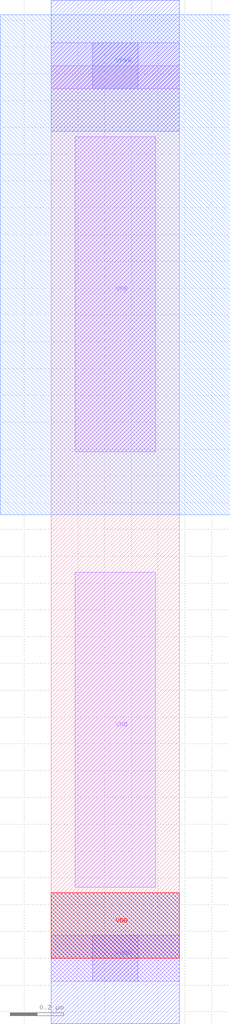
<source format=lef>
# Copyright 2020 The SkyWater PDK Authors
#
# Licensed under the Apache License, Version 2.0 (the "License");
# you may not use this file except in compliance with the License.
# You may obtain a copy of the License at
#
#     https://www.apache.org/licenses/LICENSE-2.0
#
# Unless required by applicable law or agreed to in writing, software
# distributed under the License is distributed on an "AS IS" BASIS,
# WITHOUT WARRANTIES OR CONDITIONS OF ANY KIND, either express or implied.
# See the License for the specific language governing permissions and
# limitations under the License.
#
# SPDX-License-Identifier: Apache-2.0

VERSION 5.7 ;
  NOWIREEXTENSIONATPIN ON ;
  DIVIDERCHAR "/" ;
  BUSBITCHARS "[]" ;
MACRO sky130_fd_sc_lp__tap_1
  CLASS CORE WELLTAP ;
  FOREIGN sky130_fd_sc_lp__tap_1 ;
  ORIGIN  0.000000  0.000000 ;
  SIZE  0.480000 BY  3.330000 ;
  SYMMETRY X Y R90 ;
  SITE unit ;
  PIN VGND
    DIRECTION INOUT ;
    USE GROUND ;
    PORT
      LAYER met1 ;
        RECT 0.000000 -0.245000 0.480000 0.245000 ;
    END
  END VGND
  PIN VNB
    DIRECTION INOUT ;
    USE GROUND ;
    PORT
      LAYER li1 ;
        RECT 0.090000 0.265000 0.390000 1.440000 ;
    END
    PORT
      LAYER pwell ;
        RECT 0.000000 0.000000 0.480000 0.245000 ;
    END
  END VNB
  PIN VPB
    DIRECTION INOUT ;
    USE POWER ;
    PORT
      LAYER li1 ;
        RECT 0.090000 1.890000 0.390000 3.065000 ;
    END
  END VPB
  PIN VPWR
    DIRECTION INOUT ;
    USE POWER ;
    PORT
      LAYER met1 ;
        RECT 0.000000 3.085000 0.480000 3.575000 ;
    END
  END VPWR
  OBS
    LAYER li1 ;
      RECT 0.000000 -0.085000 0.480000 0.085000 ;
      RECT 0.000000  3.245000 0.480000 3.415000 ;
    LAYER mcon ;
      RECT 0.155000 -0.085000 0.325000 0.085000 ;
      RECT 0.155000  3.245000 0.325000 3.415000 ;
    LAYER nwell ;
      RECT -0.190000 1.655000 0.670000 3.520000 ;
  END
END sky130_fd_sc_lp__tap_1
END LIBRARY

</source>
